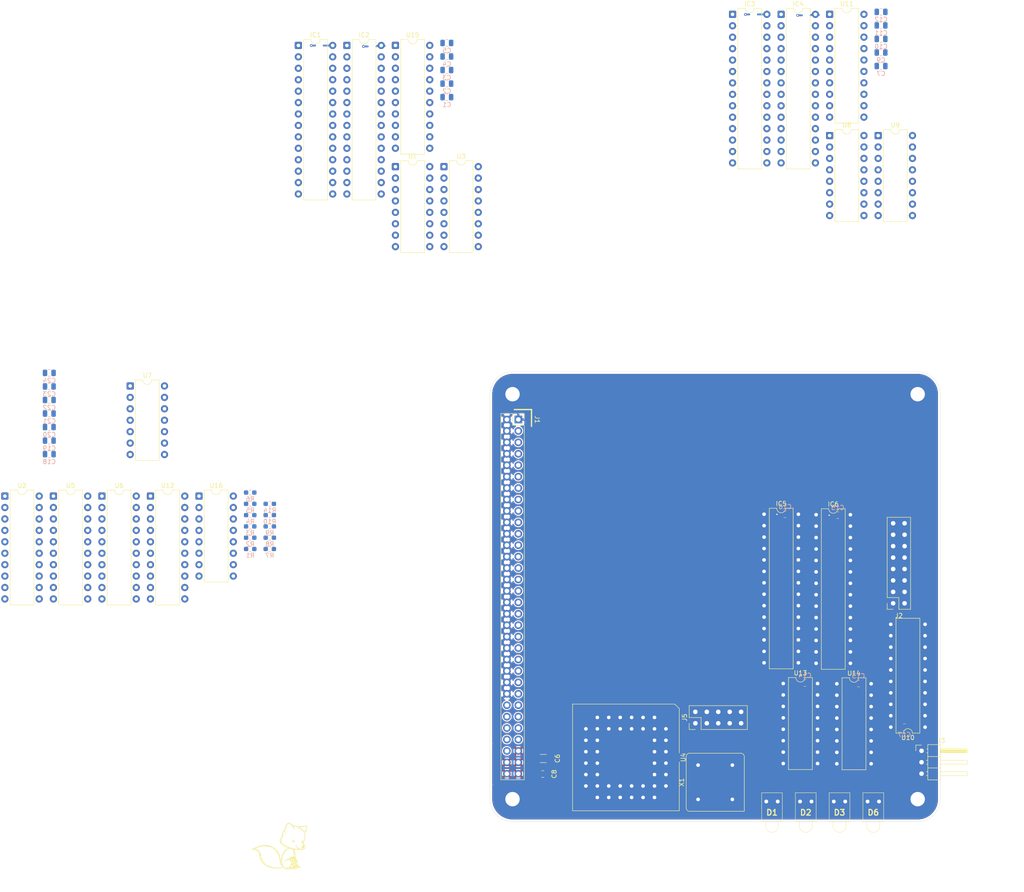
<source format=kicad_pcb>
(kicad_pcb (version 20241229) (generator "pcbnew") (generator_version "9.0")
  (layers (0 "F.Cu" signal) (4 "In1.Cu" signal) (6 "In2.Cu" signal) (2 "B.Cu" signal) (13 "F.Paste" user) (15 "B.Paste" user) (5 "F.SilkS" user "F.Silkscreen") (7 "B.SilkS" user "B.Silkscreen") (1 "F.Mask" user) (3 "B.Mask" user) (25 "Edge.Cuts" user))
  (net 0 "")
  (net 1 "GND")
  (net 2 "/D0")
  (net 3 "/D1")
  (net 4 "/D2")
  (net 5 "/D3")
  (net 6 "/D4")
  (net 7 "/D5")
  (net 8 "/D6")
  (net 9 "/D7")
  (net 10 "/A0")
  (net 11 "/A1")
  (net 12 "/A2")
  (net 13 "/A3")
  (net 14 "/A4")
  (net 15 "/A5")
  (net 16 "/A6")
  (net 17 "/A7")
  (net 18 "/A8")
  (net 19 "/A9")
  (net 20 "/A10")
  (net 21 "/A11")
  (net 22 "/A12")
  (net 23 "/A13")
  (net 24 "/A14")
  (net 25 "/A15")
  (net 26 "RnW")
  (net 27 "SYNQ")
  (net 28 "CLK")
  (net 29 "nIRQ")
  (net 30 "nBUSRQ")
  (net 31 "nNMI")
  (net 32 "nRES")
  (net 33 "nSLOW")
  (net 34 "+5V")
  (net 35 "Net-(D1-K)")
  (net 36 "Net-(D1-A)")
  (net 37 "Net-(D2-K)")
  (net 38 "Net-(D2-A)")
  (net 39 "Net-(D3-K)")
  (net 40 "Net-(D3-A)")
  (net 41 "Net-(D6-K)")
  (net 42 "Net-(D6-A)")
  (net 43 "/8BitNCO/PTC_DQ0")
  (net 44 "/8BitNCO/PTC_DQ3")
  (net 45 "PTC_LSB_nOE")
  (net 46 "PTC_LSB_nWR")
  (net 47 "/8BitNCO/PTC_DQ4")
  (net 49 "/8BitNCO/PTC_DQ2")
  (net 50 "OSC_A3")
  (net 51 "PTC_LSB_nCS")
  (net 52 "/8BitNCO/PTC_A4")
  (net 53 "OSC_A1")
  (net 54 "/8BitNCO/PTC_A5")
  (net 55 "OSC_A0")
  (net 56 "/8BitNCO/PTC_DQ6")
  (net 57 "/8BitNCO/PTC_DQ7")
  (net 58 "/8BitNCO/PTC_DQ5")
  (net 59 "/8BitNCO/PTC_A6")
  (net 60 "OSC_A2")
  (net 61 "/8BitNCO/PTC_DQ1")
  (net 62 "/8BitNCO/PTC_A7")
  (net 63 "/8BitNCO/ACC_A7")
  (net 64 "/ACC_AD_2")
  (net 65 "/8BitNCO/ACC_A4")
  (net 66 "/8BitNCO/ACC_DQ6")
  (net 67 "/8BitNCO/ACC_DQ1")
  (net 68 "/8BitNCO/ACC_A6")
  (net 69 "/ACC_AD_1")
  (net 71 "/8BitNCO/ACC_A5")
  (net 72 "/8BitNCO/ACC_DQ2")
  (net 73 "/ACC_AD_0")
  (net 74 "ACC_nWR")
  (net 75 "/8BitNCO/ACC_DQ3")
  (net 76 "ACC_nOE")
  (net 77 "/8BitNCO/ACC_DQ0")
  (net 78 "/8BitNCO/ACC_DQ5")
  (net 79 "/8BitNCO/ACC_DQ7")
  (net 80 "/8BitNCO/ACC_DQ4")
  (net 81 "/ACC_AD_3")
  (net 82 "/8BitNCO1/PTC_DQ5")
  (net 83 "/8BitNCO1/PTC_DQ1")
  (net 84 "PTC_MSB_nCS")
  (net 85 "PTC_MSB_nWR")
  (net 86 "/8BitNCO1/PTC_DQ2")
  (net 87 "/8BitNCO1/PTC_DQ3")
  (net 88 "/8BitNCO1/PTC_A6")
  (net 89 "/8BitNCO1/PTC_A4")
  (net 90 "/8BitNCO1/PTC_DQ0")
  (net 92 "/8BitNCO1/PTC_DQ4")
  (net 93 "/8BitNCO1/PTC_A7")
  (net 94 "/8BitNCO1/PTC_DQ6")
  (net 95 "PTC_MSB_nOE")
  (net 96 "/8BitNCO1/PTC_A5")
  (net 97 "/8BitNCO1/PTC_DQ7")
  (net 98 "/8BitNCO1/ACC_DQ4")
  (net 99 "/8BitNCO1/ACC_A6")
  (net 101 "/8BitNCO1/ACC_A4")
  (net 102 "/8BitNCO1/ACC_DQ2")
  (net 103 "/8BitNCO1/ACC_DQ1")
  (net 104 "/8BitNCO1/ACC_DQ7")
  (net 105 "/8BitNCO1/ACC_DQ3")
  (net 106 "/8BitNCO1/ACC_A7")
  (net 107 "/8BitNCO1/ACC_DQ5")
  (net 108 "/8BitNCO1/ACC_DQ0")
  (net 109 "/8BitNCO1/ACC_A5")
  (net 110 "/8BitNCO1/ACC_DQ6")
  (net 111 "/8BitNCO2/PTC_A4")
  (net 112 "/8BitNCO2/PTC_A7")
  (net 113 "PTC_HSB_nWR")
  (net 114 "PTC_HSB_nOE")
  (net 115 "PTC_HSB_nCS")
  (net 116 "/8BitNCO2/PTC_A5")
  (net 117 "/8BitNCO2/PTC_DQ7")
  (net 118 "/8BitNCO2/PTC_DQ0")
  (net 119 "/8BitNCO2/PTC_A6")
  (net 120 "/8BitNCO2/PTC_DQ2")
  (net 121 "/8BitNCO2/PTC_DQ4")
  (net 122 "/8BitNCO2/PTC_DQ3")
  (net 123 "/8BitNCO2/PTC_DQ5")
  (net 124 "/8BitNCO2/PTC_DQ6")
  (net 126 "/8BitNCO2/PTC_DQ1")
  (net 127 "/8BitNCO2/ACC_A6")
  (net 128 "/8BitNCO2/ACC_A5")
  (net 129 "/8BitNCO2/ACC_DQ1")
  (net 130 "/8BitNCO2/ACC_DQ7")
  (net 131 "/8BitNCO2/ACC_A4")
  (net 132 "/8BitNCO2/ACC_DQ3")
  (net 134 "/8BitNCO2/ACC_A7")
  (net 135 "/8BitNCO2/ACC_DQ4")
  (net 136 "/8BitNCO2/ACC_DQ6")
  (net 137 "/8BitNCO2/ACC_DQ2")
  (net 138 "/8BitNCO2/ACC_DQ5")
  (net 139 "/8BitNCO2/ACC_DQ0")
  (net 140 "CPU_CLK")
  (net 141 "/8BitNCO2/SUM7")
  (net 142 "/8BitNCO2/SUM3")
  (net 143 "SUB_BUF_nOE")
  (net 144 "/8BitNCO2/SUM1")
  (net 145 "/8BitNCO2/SUM5")
  (net 146 "/8BitNCO2/SUM4")
  (net 147 "/8BitNCO2/SUM2")
  (net 148 "/8BitNCO2/SUM6")
  (net 149 "/8BitNCO2/SUM0")
  (net 150 "Net-(J3-Pin_1)")
  (net 151 "Net-(J3-Pin_3)")
  (net 152 "TDO")
  (net 153 "TMS")
  (net 155 "TCK")
  (net 157 "TDI")
  (net 159 "Net-(U16-E2)")
  (net 160 "Net-(U16-~{Y0})")
  (net 161 "Net-(U16-~{Y1})")
  (net 162 "Net-(U12-CE)")
  (net 163 "Net-(U16-~{E1})")
  (net 164 "/8BitNCO/SUM3")
  (net 165 "Net-(U1-C4)")
  (net 166 "/8BitNCO/SUM2")
  (net 167 "/8BitNCO/SUM1")
  (net 168 "/8BitNCO/SUM0")
  (net 169 "/8BitNCO/SUM7")
  (net 170 "/8BitNCO/SUM6")
  (net 171 "/8BitNCO/Cout")
  (net 172 "/8BitNCO/SUM4")
  (net 173 "/8BitNCO/SUM5")
  (net 174 "NCO_ADDR_nEN")
  (net 175 "SYS_DATA_nEN")
  (net 176 "SYS_ADDR_nEN")
  (net 177 "NCO_CLK")
  (net 178 "SUM_BUF_CK")
  (net 179 "/8BitNCO1/SUM2")
  (net 180 "Net-(U8-C4)")
  (net 181 "/8BitNCO1/SUM0")
  (net 182 "/8BitNCO1/SUM3")
  (net 183 "/8BitNCO1/SUM1")
  (net 184 "/8BitNCO1/SUM7")
  (net 185 "/8BitNCO1/SUM6")
  (net 186 "/8BitNCO1/SUM4")
  (net 187 "/8BitNCO1/Cout")
  (net 188 "/8BitNCO1/SUM5")
  (net 189 "Net-(U13-C4)")
  (net 190 "/8BitNCO2/Cout")
  (footprint "MountingHole:MountingHole_3.2mm_M3_Pad_TopBottom" (layer "F.Cu") (at 192.06 50)
    (property "Reference" "H5" (hide yes))
    (property "Value" "MountingHole_Pad")
  )
  (footprint "Package_DIP:DIP-28_W7.62mm" (layer "F.Cu") (at 54.495 -27.51)
    (property "Reference" "IC1")
    (property "Value" "AS7C164A-15PCN")
  )
  (footprint "LTL-4221NHBP:LTL4221NHBP" (layer "F.Cu") (at 180.9288 140.5304)
    (property "Reference" "D6")
    (property "Value" "LED" (hide yes))
  )
  (footprint "Package_DIP:DIP-20_W7.62mm" (layer "F.Cu") (at 76.055 -27.52)
    (property "Reference" "U15")
    (property "Value" "74HCT574")
  )
  (footprint "Package_DIP:DIP-16_W7.62mm" (layer "F.Cu") (at 162.2 114.31)
    (property "Reference" "U13")
    (property "Value" "74LS283")
  )
  (footprint "Package_DIP:DIP-16_W7.62mm" (layer "F.Cu") (at 172.5 -7.48)
    (property "Reference" "U8")
    (property "Value" "74LS283")
  )
  (footprint "Package_DIP:DIP-28_W7.62mm" (layer "F.Cu") (at 157.94 76.68)
    (property "Reference" "IC5")
    (property "Value" "AS7C164A-15PCN")
  )
  (footprint "Package_DIP:DIP-16_W7.62mm" (layer "F.Cu") (at 86.835 -0.57)
    (property "Reference" "U3")
    (property "Value" "74LS283")
  )
  (footprint "Package_LCC:PLCC-44_THT-Socket" (layer "F.Cu") (at 133.6 132 -90)
    (property "Reference" "U4")
    (property "Value" "ATF1502AS")
  )
  (footprint "Package_DIP:DIP-28_W7.62mm" (layer "F.Cu") (at 65.275 -27.51)
    (property "Reference" "IC2")
    (property "Value" "AS7C164A-15PCN")
  )
  (footprint "Connector_PinSocket_2.54mm:PinSocket_2x08_P2.54mm_Vertical" (layer "F.Cu") (at 186.61 96.475 180)
    (property "Reference" "J2")
    (property "Value" "NCO_OUT")
  )
  (footprint "Capacitor_SMD:C_1206_3216Metric" (layer "F.Cu") (at 108.87 130.98)
    (property "Reference" "C6")
    (property "Value" "47uF")
  )
  (footprint "LTL-4221NHBP:LTL4221NHBP" (layer "F.Cu") (at 173.4288 140.5304)
    (property "Reference" "D3")
    (property "Value" "LED" (hide yes))
  )
  (footprint "MountingHole:MountingHole_3.2mm_M3_Pad_TopBottom" (layer "F.Cu") (at 192.06 140)
    (property "Reference" "H6" (hide yes))
    (property "Value" "MountingHole_Pad")
  )
  (footprint "Package_DIP:DIP-20_W7.62mm" (layer "F.Cu") (at 21.6425 72.65)
    (property "Reference" "U12")
    (property "Value" "74HC245")
  )
  (footprint "LTL-4221NHBP:LTL4221NHBP" (layer "F.Cu") (at 165.9288 140.5304)
    (property "Reference" "D2")
    (property "Value" "LED" (hide yes))
  )
  (footprint "Capacitor_SMD:C_0805_2012Metric" (layer "F.Cu") (at 108.79 134.42)
    (property "Reference" "C8")
    (property "Value" "100nF")
  )
  (footprint "Package_DIP:DIP-16_W7.62mm" (layer "F.Cu") (at 32.4225 72.65)
    (property "Reference" "U16")
    (property "Value" "74HCT138")
  )
  (footprint "PaulasKiCADFootPrint:Fox_avatar_18mm" (layer "F.Cu") (at 51 150.4)
    (property "Reference" "FOX1" (hide yes))
    (property "Value" "SYM_Flash_Large" (hide yes))
  )
  (footprint "MountingHole:MountingHole_3.2mm_M3_Pad_TopBottom" (layer "F.Cu") (at 102.06 50)
    (property "Reference" "H4" (hide yes))
    (property "Value" "MountingHole_Pad")
  )
  (footprint "LTL-4221NHBP:LTL4221NHBP" (layer "F.Cu") (at 158.4288 140.5304)
    (property "Reference" "D1")
    (property "Value" "LED" (hide yes))
  )
  (footprint "Package_DIP:DIP-20_W7.62mm" (layer "F.Cu") (at 10.8625 72.65)
    (property "Reference" "U6")
    (property "Value" "74AHCT244")
  )
  (footprint "Oscillator:Oscillator_DIP-8" (layer "F.Cu") (at 150.9 140.06 90)
    (property "Reference" "X1")
    (property "Value" "CXO_DIP8")
  )
  (footprint "Package_DIP:DIP-28_W7.62mm" (layer "F.Cu") (at 150.94 -34.42)
    (property "Reference" "IC3")
    (property "Value" "AS7C164A-15PCN")
  )
  (footprint "MountingHole:MountingHole_3.2mm_M3_Pad_TopBottom" (layer "F.Cu") (at 102.06 140)
    (property "Reference" "H3" (hide yes))
    (property "Value" "MountingHole_Pad")
  )
  (footprint "Connector_PinSocket_2.54mm:PinSocket_2x32_P2.54mm_Vertical" (layer "F.Cu") (at 103.35 55.625)
    (property "Reference" "J1")
    (property "Value" "BUS")
  )
  (footprint "Package_DIP:DIP-20_W7.62mm" (layer "F.Cu") (at 193.7 124 180)
    (property "Reference" "U10")
    (property "Value" "74HCT574")
  )
  (footprint "Package_DIP:DIP-20_W7.62mm" (layer "F.Cu") (at 0.0825 72.65)
    (property "Reference" "U5")
    (property "Value" "74HC245")
  )
  (footprint "Package_DIP:DIP-28_W7.62mm" (layer "F.Cu") (at 161.72 -34.42)
    (property "Reference" "IC4")
    (property "Value" "AS7C164A-15PCN")
  )
  (footprint "Package_DIP:DIP-20_W7.62mm" (layer "F.Cu") (at -10.6975 72.65)
    (property "Reference" "U2")
    (property "Value" "74HC245")
  )
  (footprint "Package_DIP:DIP-16_W7.62mm" (layer "F.Cu") (at 174.1 114.36)
    (property "Reference" "U14")
    (property "Value" "74LS283")
  )
  (footprint "Package_DIP:DIP-14_W7.62mm" (layer "F.Cu") (at 17.135 48.17)
    (property "Reference" "U7")
    (property "Value" "74HC14")
  )
  (footprint "Package_DIP:DIP-16_W7.62mm" (layer "F.Cu") (at 76.055 -0.57)
    (property "Reference" "U1")
    (property "Value" "74LS283")
  )
  (footprint "Package_DIP:DIP-28_W7.62mm" (layer "F.Cu") (at 169.495 76.79)
    (property "Reference" "IC6")
    (property "Value" "AS7C164A-15PCN")
  )
  (footprint "Connector_PinHeader_2.54mm:PinHeader_2x05_P2.54mm_Vertical" (layer "F.Cu") (at 142.68 123.14 90)
    (property "Reference" "J5")
    (property "Value" "Conn_02x05_Odd_Even")
  )
  (footprint "Package_DIP:DIP-20_W7.62mm" (layer "F.Cu") (at 172.5 -34.43)
    (property "Reference" "U11")
    (property "Value" "74HCT574")
  )
  (footprint "Connector_PinHeader_2.54mm:PinHeader_1x03_P2.54mm_Horizontal" (layer "F.Cu") (at 192.915 129.26)
    (property "Reference" "J3")
    (property "Value" "SND0/SND1")
  )
  (footprint "Package_DIP:DIP-16_W7.62mm" (layer "F.Cu") (at 183.28 -7.48)
    (property "Reference" "U9")
    (property "Value" "74LS283")
  )
  (footprint "Resistor_SMD:R_0603_1608Metric_Pad0.98x0.95mm_HandSolder" (layer "B.Cu") (at 43.7925 81.9)
    (property "Reference" "R2")
    (property "Value" "10K")
  )
  (footprint "Capacitor_SMD:C_0805_2012Metric" (layer "B.Cu") (at -0.835 51.29)
    (property "Reference" "C22")
    (property "Value" "100nF")
  )
  (footprint "Capacitor_SMD:C_0805_2012Metric" (layer "B.Cu") (at 183.92 -28.95)
    (property "Reference" "C10")
    (property "Value" "100nF")
  )
  (footprint "Capacitor_SMD:C_0805_2012Metric" (layer "B.Cu") (at -0.835 63.33)
    (property "Reference" "C18")
    (property "Value" "100nF")
  )
  (footprint "Resistor_SMD:R_0603_1608Metric_Pad0.98x0.95mm_HandSolder" (layer "B.Cu") (at 43.7925 84.41)
    (property "Reference" "R1")
    (property "Value" "10K")
  )
  (footprint "Capacitor_SMD:C_0805_2012Metric" (layer "B.Cu") (at 167 114.2 180)
    (property "Reference" "C14")
    (property "Value" "100nF")
  )
  (footprint "Resistor_SMD:R_0603_1608Metric_Pad0.98x0.95mm_HandSolder" (layer "B.Cu") (at 43.7925 71.86)
    (property "Reference" "R6")
    (property "Value" "470R")
  )
  (footprint "Resistor_SMD:R_0603_1608Metric_Pad0.98x0.95mm_HandSolder" (layer "B.Cu") (at 48.1425 79.39)
    (property "Reference" "R9")
    (property "Value" "10K")
  )
  (footprint "Capacitor_SMD:C_0805_2012Metric" (layer "B.Cu") (at 183.92 -31.96)
    (property "Reference" "C11")
    (property "Value" "100nF")
  )
  (footprint "Capacitor_SMD:C_0805_2012Metric" (layer "B.Cu") (at 162.6 76.7 180)
    (property "Reference" "C16")
    (property "Value" "100nF")
  )
  (footprint "Capacitor_SMD:C_0805_2012Metric" (layer "B.Cu") (at 183.92 -34.97)
    (property "Reference" "C12")
    (property "Value" "100nF")
  )
  (footprint "Capacitor_SMD:C_0805_2012Metric" (layer "B.Cu") (at -0.835 57.31)
    (property "Reference" "C20")
    (property "Value" "100nF")
  )
  (footprint "Capacitor_SMD:C_0805_2012Metric" (layer "B.Cu") (at -0.835 60.32)
    (property "Reference" "C19")
    (property "Value" "100nF")
  )
  (footprint "Capacitor_SMD:C_0805_2012Metric" (layer "B.Cu") (at 183.92 -22.93)
    (property "Reference" "C7")
    (property "Value" "100nF")
  )
  (footprint "Resistor_SMD:R_0603_1608Metric_Pad0.98x0.95mm_HandSolder" (layer "B.Cu") (at 48.1425 74.37)
    (property "Reference" "R14")
    (property "Value" "10K")
  )
  (footprint "Capacitor_SMD:C_0805_2012Metric" (layer "B.Cu") (at 87.475 -28.06)
    (property "Reference" "C5")
    (property "Value" "100nF")
  )
  (footprint "Capacitor_SMD:C_0805_2012Metric" (layer "B.Cu") (at 87.475 -19.03)
    (property "Reference" "C2")
    (property "Value" "100nF")
  )
  (footprint "Resistor_SMD:R_0603_1608Metric_Pad0.98x0.95mm_HandSolder" (layer "B.Cu") (at 43.7925 74.37)
    (property "Reference" "R5")
    (property "Value" "470R")
  )
  (footprint "Resistor_SMD:R_0603_1608Metric_Pad0.98x0.95mm_HandSolder" (layer "B.Cu") (at 43.7925 79.39)
    (property "Reference" "R3")
    (property "Value" "10K")
  )
  (footprint "Capacitor_SMD:C_0805_2012Metric" (layer "B.Cu") (at -0.835 45.27)
    (property "Reference" "C24")
    (property "Value" "100nF")
  )
  (footprint "Capacitor_SMD:C_0805_2012Metric" (layer "B.Cu") (at 87.475 -22.04)
    (property "Reference" "C3")
    (property "Value" "100nF")
  )
  (footprint "Capacitor_SMD:C_0805_2012Metric" (layer "B.Cu") (at 183.92 -25.94)
    (property "Reference" "C9")
    (property "Value" "100nF")
  )
  (footprint "Capacitor_SMD:C_0805_2012Metric" (layer "B.Cu") (at 189.1 124)
    (property "Reference" "C17")
    (property "Value" "100nF")
  )
  (footprint "Capacitor_SMD:C_0805_2012Metric" (layer "B.Cu") (at 178.9 114.3 180)
    (property "Reference" "C13")
    (property "Value" "100nF")
  )
  (footprint "Resistor_SMD:R_0603_1608Metric_Pad0.98x0.95mm_HandSolder" (layer "B.Cu") (at 48.1425 84.41)
    (property "Reference" "R7")
    (property "Value" "470R")
  )
  (footprint "Capacitor_SMD:C_0805_2012Metric" (layer "B.Cu") (at -0.835 48.28)
    (property "Reference" "C23")
    (property "Value" "100nF")
  )
  (footprint "Capacitor_SMD:C_0805_2012Metric" (layer "B.Cu") (at 174.3 76.9 180)
    (property "Reference" "C15")
    (property "Value" "100nF")
  )
  (footprint "Capacitor_SMD:C_0805_2012Metric" (layer "B.Cu") (at 87.475 -25.05)
    (property "Reference" "C4")
    (property "Value" "100nF")
  )
  (footprint "Resistor_SMD:R_0603_1608Metric_Pad0.98x0.95mm_HandSolder" (layer "B.Cu") (at 48.1425 76.88)
    (property "Reference" "R10")
    (property "Value" "10K")
  )
  (footprint "Resistor_SMD:R_0603_1608Metric_Pad0.98x0.95mm_HandSolder" (layer "B.Cu") (at 43.7925 76.88)
    (property "Reference" "R4")
    (property "Value" "10K")
  )
  (footprint "Capacitor_SMD:C_0805_2012Metric" (layer "B.Cu") (at -0.835 54.3)
    (property "Reference" "C21")
    (property "Value" "100nF")
  )
  (footprint "Capacitor_SMD:C_0805_2012Metric" (layer "B.Cu") (at 87.475 -16.02)
    (property "Reference" "C1")
    (property "Value" "100nF")
  )
  (footprint "Resistor_SMD:R_0603_1608Metric_Pad0.98x0.95mm_HandSolder" (layer "B.Cu") (at 48.1425 81.9)
    (property "Reference" "R8")
    (property "Value" "470R")
  )
  (gr_line (start 106.28 53.42) (end 106.28 57.15) (stroke (width 0.3)) (layer "F.SilkS"))
  (gr_line (start 106.28 53.42) (end 102.47 53.42) (stroke (width 0.3)) (layer "F.SilkS"))
  (gr_line (start 102.06 45) (end 192.06 45) (stroke (width 0.05)) (layer "Edge.Cuts"))
  (gr_line (start 197.06 50) (end 197.06 140) (stroke (width 0.05)) (layer "Edge.Cuts"))
  (gr_arc (start 102.06 145) (mid 98.524466 143.535534) (end 97.06 140) (stroke (width 0.05)) (layer "Edge.Cuts"))
  (gr_arc (start 197.06 140) (mid 195.595534 143.535534) (end 192.06 145) (stroke (width 0.05)) (layer "Edge.Cuts"))
  (gr_arc (start 97.06 50) (mid 98.524466 46.464466) (end 102.06 45) (stroke (width 0.05)) (layer "Edge.Cuts"))
  (gr_line (start 97.06 50) (end 97.06 140) (stroke (width 0.05)) (layer "Edge.Cuts"))
  (gr_line (start 192.06 145) (end 102.06 145) (stroke (width 0.05)) (layer "Edge.Cuts"))
  (gr_arc (start 192.06 45) (mid 195.595534 46.464466) (end 197.06 50) (stroke (width 0.05)) (layer "Edge.Cuts"))
  (via (at 68.955 -27.29) (size 0.6) (drill 0.3) (layers "F.Cu" "B.Cu") (net 1))
  (via (at 153.8 -34.4) (size 0.6) (drill 0.3) (layers "F.Cu" "B.Cu") (net 1))
  (via (at 160.8 76.7) (size 0.6) (drill 0.3) (layers "F.Cu" "B.Cu") (net 1))
  (via (at 57.355 -27.49) (size 0.6) (drill 0.3) (layers "F.Cu" "B.Cu") (net 1))
  (via (at 172.4 76.9) (size 0.6) (drill 0.3) (layers "F.Cu" "B.Cu") (net 1))
  (via (at 165.4 -34.2) (size 0.6) (drill 0.3) (layers "F.Cu" "B.Cu") (net 1))
  (segment (start 166.35 -34.2) (end 165.4 -34.2) (width 0.4) (layer "B.Cu") (net 1))
  (segment (start 69.905 -27.29) (end 68.955 -27.29) (width 0.4) (layer "B.Cu") (net 1))
  (segment (start 173.35 76.9) (end 172.4 76.9) (width 0.4) (layer "B.Cu") (net 1))
  (segment (start 154.65 -34.4) (end 153.8 -34.4) (width 0.4) (layer "B.Cu") (net 1))
  (segment (start 58.205 -27.49) (end 57.355 -27.49) (width 0.4) (layer "B.Cu") (net 1))
  (segment (start 161.65 76.7) (end 160.8 76.7) (width 0.4) (layer "B.Cu") (net 1))
  (segment (start 62.095 -27.49) (end 62.115 -27.51) (width 0.4) (layer "B.Cu") (net 34))
  (segment (start 177.115 76.79) (end 175.36 76.79) (width 0.4) (layer "B.Cu") (net 34))
  (segment (start 156.55 -34.4) (end 158.54 -34.4) (width 0.4) (layer "B.Cu") (net 34))
  (segment (start 165.54 76.7) (end 165.56 76.68) (width 0.4) (layer "B.Cu") (net 34))
  (segment (start 73.67 -27.4) (end 71.915 -27.4) (width 0.4) (layer "B.Cu") (net 34))
  (segment (start 71.915 -27.4) (end 71.805 -27.29) (width 0.4) (layer "B.Cu") (net 34))
  (segment (start 170.115 -34.31) (end 168.36 -34.31) (width 0.4) (layer "B.Cu") (net 34))
  (segment (start 60.105 -27.49) (end 62.095 -27.49) (width 0.4) (layer "B.Cu") (net 34))
  (segment (start 163.55 76.7) (end 165.54 76.7) (width 0.4) (layer "B.Cu") (net 34))
  (segment (start 158.54 -34.4) (end 158.56 -34.42) (width 0.4) (layer "B.Cu") (net 34))
  (segment (start 175.36 76.79) (end 175.25 76.9) (width 0.4) (layer "B.Cu") (net 34))
  (segment (start 168.36 -34.31) (end 168.25 -34.2) (width 0.4) (layer "B.Cu") (net 34))
  (zone (net 34) (net_name "+5V") (layer "F.Cu") (priority 2) (connect_pads (clearance 0.25)) (min_thickness 0.25) (fill yes (thermal_gap 0.25) (thermal_bridge_width 0.5))
    (polygon (pts (xy 97.39 127.842) (xy 108.82 127.842) (xy 108.82 136.605) (xy 97.39 136.605)))
  )
  (zone (net 1) (net_name "GND") (layers "F.Cu" "B.Cu" "In2.Cu") (connect_pads (clearance 0.254)) (min_thickness 0.25) (fill yes (thermal_gap 0.5) (thermal_bridge_width 0.5))
    (polygon (pts (xy 92.06 35) (xy 212.06 35) (xy 212.06 150) (xy 92.06 150)))
  )
)
</source>
